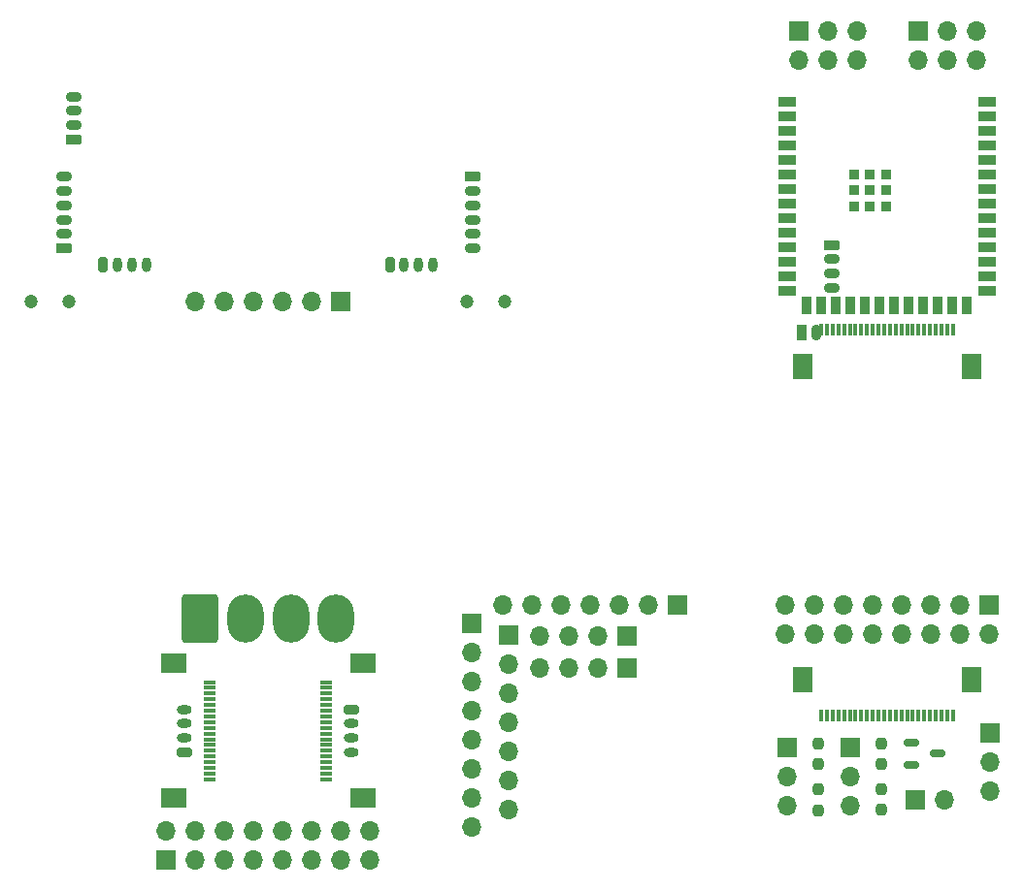
<source format=gbr>
%TF.GenerationSoftware,KiCad,Pcbnew,8.0.5*%
%TF.CreationDate,2024-12-31T14:00:23+11:00*%
%TF.ProjectId,Combined_Fabrication,436f6d62-696e-4656-945f-466162726963,rev?*%
%TF.SameCoordinates,Original*%
%TF.FileFunction,Soldermask,Top*%
%TF.FilePolarity,Negative*%
%FSLAX46Y46*%
G04 Gerber Fmt 4.6, Leading zero omitted, Abs format (unit mm)*
G04 Created by KiCad (PCBNEW 8.0.5) date 2024-12-31 14:00:23*
%MOMM*%
%LPD*%
G01*
G04 APERTURE LIST*
G04 Aperture macros list*
%AMRoundRect*
0 Rectangle with rounded corners*
0 $1 Rounding radius*
0 $2 $3 $4 $5 $6 $7 $8 $9 X,Y pos of 4 corners*
0 Add a 4 corners polygon primitive as box body*
4,1,4,$2,$3,$4,$5,$6,$7,$8,$9,$2,$3,0*
0 Add four circle primitives for the rounded corners*
1,1,$1+$1,$2,$3*
1,1,$1+$1,$4,$5*
1,1,$1+$1,$6,$7*
1,1,$1+$1,$8,$9*
0 Add four rect primitives between the rounded corners*
20,1,$1+$1,$2,$3,$4,$5,0*
20,1,$1+$1,$4,$5,$6,$7,0*
20,1,$1+$1,$6,$7,$8,$9,0*
20,1,$1+$1,$8,$9,$2,$3,0*%
G04 Aperture macros list end*
%ADD10R,1.800000X2.200000*%
%ADD11R,0.300000X1.100000*%
%ADD12R,1.500000X0.900000*%
%ADD13R,0.900000X1.500000*%
%ADD14R,0.900000X0.900000*%
%ADD15R,1.700000X1.700000*%
%ADD16O,1.700000X1.700000*%
%ADD17RoundRect,0.225000X-0.475000X0.225000X-0.475000X-0.225000X0.475000X-0.225000X0.475000X0.225000X0*%
%ADD18O,1.400000X0.900000*%
%ADD19RoundRect,0.225000X-0.225000X-0.475000X0.225000X-0.475000X0.225000X0.475000X-0.225000X0.475000X0*%
%ADD20O,0.900000X1.400000*%
%ADD21RoundRect,0.237500X-0.237500X0.250000X-0.237500X-0.250000X0.237500X-0.250000X0.237500X0.250000X0*%
%ADD22RoundRect,0.150000X-0.512500X-0.150000X0.512500X-0.150000X0.512500X0.150000X-0.512500X0.150000X0*%
%ADD23R,2.200000X1.800000*%
%ADD24R,1.100000X0.300000*%
%ADD25RoundRect,0.200000X0.450000X-0.200000X0.450000X0.200000X-0.450000X0.200000X-0.450000X-0.200000X0*%
%ADD26O,1.300000X0.800000*%
%ADD27RoundRect,0.250000X-1.330000X-1.850000X1.330000X-1.850000X1.330000X1.850000X-1.330000X1.850000X0*%
%ADD28O,3.160000X4.200000*%
%ADD29RoundRect,0.200000X-0.450000X0.200000X-0.450000X-0.200000X0.450000X-0.200000X0.450000X0.200000X0*%
%ADD30RoundRect,0.200000X-0.200000X-0.450000X0.200000X-0.450000X0.200000X0.450000X-0.200000X0.450000X0*%
%ADD31O,0.800000X1.300000*%
%ADD32RoundRect,0.225000X0.475000X-0.225000X0.475000X0.225000X-0.475000X0.225000X-0.475000X-0.225000X0*%
%ADD33C,1.200000*%
G04 APERTURE END LIST*
D10*
%TO.C,U2*%
X172599999Y-81200000D03*
X187399999Y-81200000D03*
D11*
X174249999Y-78000001D03*
X174749999Y-78000000D03*
X175249999Y-78000000D03*
X175749999Y-78000000D03*
X176249999Y-78000000D03*
X176749999Y-78000001D03*
X177249999Y-78000000D03*
X177749999Y-78000000D03*
X178250000Y-78000000D03*
X178749999Y-78000000D03*
X179249998Y-78000000D03*
X179749999Y-78000000D03*
X180249999Y-78000000D03*
X180750000Y-78000000D03*
X181249999Y-78000000D03*
X181749998Y-78000000D03*
X182249999Y-78000000D03*
X182749999Y-78000000D03*
X183249999Y-78000001D03*
X183749999Y-78000000D03*
X184249999Y-78000000D03*
X184749999Y-78000000D03*
X185249999Y-78000000D03*
X185749999Y-78000001D03*
%TD*%
D12*
%TO.C,ESP1*%
X171249999Y-58080001D03*
X171249999Y-59350001D03*
X171249999Y-60620001D03*
X171249999Y-61890001D03*
X171249999Y-63160001D03*
X171249999Y-64430001D03*
X171249999Y-65700001D03*
X171249999Y-66970001D03*
X171249999Y-68240001D03*
X171249999Y-69510001D03*
X171249999Y-70780001D03*
X171249999Y-72050001D03*
X171249999Y-73320001D03*
X171249999Y-74590001D03*
D13*
X173015000Y-75840001D03*
X174284999Y-75840001D03*
X175554999Y-75840001D03*
X176824999Y-75840000D03*
X178094999Y-75840001D03*
X179364999Y-75840001D03*
X180634999Y-75840001D03*
X181904999Y-75840001D03*
X183174999Y-75840000D03*
X184444999Y-75840001D03*
X185714999Y-75840001D03*
X186984998Y-75840001D03*
D12*
X188749999Y-74590001D03*
X188749999Y-73320001D03*
X188749999Y-72050001D03*
X188749999Y-70780001D03*
X188749999Y-69510001D03*
X188749999Y-68240001D03*
X188749999Y-66970001D03*
X188749999Y-65700001D03*
X188749999Y-64430001D03*
X188749999Y-63160001D03*
X188749999Y-61890001D03*
X188749999Y-60620001D03*
X188749999Y-59350001D03*
X188749999Y-58080001D03*
D14*
X177099999Y-64400001D03*
X177099999Y-65800001D03*
X177099999Y-67200001D03*
X178499999Y-64400001D03*
X178499999Y-65800001D03*
X178499999Y-67200001D03*
X179899999Y-64400001D03*
X179899999Y-65800001D03*
X179899999Y-67200001D03*
%TD*%
D15*
%TO.C,J5*%
X182674998Y-51875002D03*
D16*
X182674998Y-54415002D03*
X185214998Y-51875002D03*
X185214998Y-54415002D03*
X187754997Y-51875002D03*
X187754998Y-54415002D03*
%TD*%
D17*
%TO.C,J1*%
X175182499Y-70575002D03*
D18*
X175182499Y-71825001D03*
X175182499Y-73075002D03*
X175182499Y-74325001D03*
%TD*%
D15*
%TO.C,J4*%
X172274998Y-51875000D03*
D16*
X172274998Y-54415000D03*
X174814998Y-51875000D03*
X174814998Y-54415000D03*
X177354997Y-51875000D03*
X177354998Y-54415000D03*
%TD*%
D19*
%TO.C,J2*%
X172575000Y-78217501D03*
D20*
X173824999Y-78217501D03*
%TD*%
D15*
%TO.C,J1*%
X188875000Y-101975000D03*
D16*
X188875000Y-104515000D03*
X186335000Y-101975000D03*
X186335000Y-104515000D03*
X183795001Y-101975000D03*
X183795000Y-104515000D03*
X181255000Y-101975000D03*
X181255000Y-104515000D03*
X178715000Y-101975000D03*
X178715000Y-104515000D03*
X176175000Y-101975000D03*
X176175000Y-104515000D03*
X173635000Y-101975000D03*
X173635000Y-104515000D03*
X171094999Y-101975000D03*
X171095000Y-104515000D03*
%TD*%
D21*
%TO.C,R3*%
X174000000Y-114102500D03*
X174000000Y-115927500D03*
%TD*%
%TO.C,R4*%
X174000000Y-118102500D03*
X174000000Y-119927500D03*
%TD*%
%TO.C,R2*%
X179500000Y-118087500D03*
X179500000Y-119912500D03*
%TD*%
D10*
%TO.C,U1*%
X187400000Y-108500000D03*
X172600000Y-108500000D03*
D11*
X185750000Y-111699999D03*
X185250000Y-111700000D03*
X184750000Y-111700000D03*
X184250000Y-111700000D03*
X183750000Y-111700000D03*
X183250000Y-111699999D03*
X182750000Y-111700000D03*
X182250000Y-111700000D03*
X181749999Y-111700000D03*
X181250000Y-111700000D03*
X180750001Y-111700000D03*
X180250000Y-111700000D03*
X179750000Y-111700000D03*
X179249999Y-111700000D03*
X178750000Y-111700000D03*
X178250001Y-111700000D03*
X177750000Y-111700000D03*
X177250000Y-111700000D03*
X176750000Y-111699999D03*
X176250000Y-111700000D03*
X175750000Y-111700000D03*
X175250000Y-111700000D03*
X174750000Y-111700000D03*
X174250000Y-111699999D03*
%TD*%
D21*
%TO.C,R1*%
X179500000Y-114087500D03*
X179500000Y-115912500D03*
%TD*%
D22*
%TO.C,SnootFNMosFan1*%
X182112500Y-114050001D03*
X182112500Y-115949999D03*
X184387500Y-115000000D03*
%TD*%
D15*
%TO.C,J4*%
X171250000Y-114475000D03*
D16*
X171250000Y-117015000D03*
X171250000Y-119554999D03*
%TD*%
D15*
%TO.C,J2*%
X189000000Y-113210001D03*
D16*
X189000000Y-115750001D03*
X189000000Y-118290000D03*
%TD*%
D15*
%TO.C,J3*%
X176750000Y-114460000D03*
D16*
X176750000Y-117000000D03*
X176750000Y-119539999D03*
%TD*%
D15*
%TO.C,J5*%
X182475000Y-119000001D03*
D16*
X185015000Y-119000001D03*
%TD*%
D23*
%TO.C,U1*%
X117750000Y-107100001D03*
X117750000Y-118900001D03*
D24*
X120950000Y-108750001D03*
X120950000Y-109250001D03*
X120949999Y-109750001D03*
X120950000Y-110250001D03*
X120950000Y-110750001D03*
X120950000Y-111250002D03*
X120950000Y-111750001D03*
X120950000Y-112250000D03*
X120950000Y-112750001D03*
X120950000Y-113250001D03*
X120950000Y-113750002D03*
X120950000Y-114250001D03*
X120950000Y-114750000D03*
X120950000Y-115250001D03*
X120950000Y-115750001D03*
X120949999Y-116250001D03*
X120950000Y-116750001D03*
X120950000Y-117250001D03*
%TD*%
D23*
%TO.C,U2*%
X134250000Y-118900001D03*
X134250000Y-107100001D03*
D24*
X131050000Y-117250001D03*
X131050000Y-116750001D03*
X131050001Y-116250001D03*
X131050000Y-115750001D03*
X131050000Y-115250001D03*
X131050000Y-114750000D03*
X131050000Y-114250001D03*
X131050000Y-113750002D03*
X131050000Y-113250001D03*
X131050000Y-112750001D03*
X131050000Y-112250000D03*
X131050000Y-111750001D03*
X131050000Y-111250002D03*
X131050000Y-110750001D03*
X131050000Y-110250001D03*
X131050001Y-109750001D03*
X131050000Y-109250001D03*
X131050000Y-108750001D03*
%TD*%
D25*
%TO.C,J4*%
X118700000Y-114875000D03*
D26*
X118700000Y-113625001D03*
X118700000Y-112375000D03*
X118700000Y-111125001D03*
%TD*%
D15*
%TO.C,J1*%
X117125000Y-124290001D03*
D16*
X117125000Y-121750001D03*
X119665000Y-124290001D03*
X119665000Y-121750001D03*
X122204999Y-124290001D03*
X122205000Y-121750001D03*
X124745000Y-124290001D03*
X124745000Y-121750001D03*
X127285000Y-124290001D03*
X127285000Y-121750001D03*
X129825000Y-124290001D03*
X129825000Y-121750001D03*
X132365000Y-124290001D03*
X132365000Y-121750001D03*
X134905001Y-124290001D03*
X134905000Y-121750001D03*
%TD*%
D27*
%TO.C,J2*%
X120060000Y-103225001D03*
D28*
X124020000Y-103225001D03*
X127980000Y-103225001D03*
X131940001Y-103225001D03*
%TD*%
D29*
%TO.C,J3*%
X133300000Y-111125001D03*
D26*
X133300000Y-112375000D03*
X133300000Y-113625001D03*
X133300000Y-114875000D03*
%TD*%
D30*
%TO.C,J4*%
X111625000Y-72300000D03*
D31*
X112874999Y-72300000D03*
X114125000Y-72300000D03*
X115374999Y-72300000D03*
%TD*%
D32*
%TO.C,J1*%
X109032500Y-61375000D03*
D18*
X109032500Y-60125001D03*
X109032500Y-58875000D03*
X109032500Y-57625001D03*
%TD*%
D33*
%TO.C,R4*%
X143350000Y-75500000D03*
X146650000Y-75500000D03*
%TD*%
%TO.C,R5*%
X108650000Y-75500000D03*
X105350000Y-75500000D03*
%TD*%
D32*
%TO.C,U3*%
X108182500Y-70875001D03*
D18*
X108182500Y-69625002D03*
X108182500Y-68375001D03*
X108182500Y-67125002D03*
X108182500Y-65875001D03*
X108182500Y-64625002D03*
%TD*%
D30*
%TO.C,J3*%
X136625001Y-72300001D03*
D31*
X137875000Y-72300001D03*
X139125001Y-72300001D03*
X140375000Y-72300001D03*
%TD*%
D17*
%TO.C,U4*%
X143817501Y-64625001D03*
D18*
X143817501Y-65875000D03*
X143817501Y-67125001D03*
X143817501Y-68375000D03*
X143817501Y-69625001D03*
X143817501Y-70875000D03*
%TD*%
D15*
%TO.C,J2*%
X132350000Y-75500000D03*
D16*
X129810000Y-75500000D03*
X127270001Y-75500000D03*
X124730000Y-75500000D03*
X122190000Y-75500000D03*
X119650000Y-75500000D03*
%TD*%
D15*
%TO.C,J4*%
X157280000Y-107500000D03*
D16*
X154740000Y-107500000D03*
X152200001Y-107500000D03*
X149660000Y-107500000D03*
%TD*%
D15*
%TO.C,J1*%
X143750000Y-103590000D03*
D16*
X143750000Y-106130000D03*
X143750000Y-108670000D03*
X143750000Y-111210000D03*
X143750000Y-113750000D03*
X143750000Y-116290000D03*
X143750000Y-118830000D03*
X143750000Y-121370000D03*
%TD*%
D15*
%TO.C,J5*%
X161710000Y-102000000D03*
D16*
X159170000Y-102000000D03*
X156630001Y-102000000D03*
X154090000Y-102000000D03*
X151550000Y-102000000D03*
X149010000Y-102000000D03*
X146470000Y-102000000D03*
%TD*%
D15*
%TO.C,J3*%
X157290000Y-104750000D03*
D16*
X154750000Y-104750000D03*
X152210001Y-104750000D03*
X149670000Y-104750000D03*
%TD*%
D15*
%TO.C,J2*%
X147000000Y-104670000D03*
D16*
X147000000Y-107210000D03*
X147000000Y-109750000D03*
X147000000Y-112290000D03*
X147000000Y-114830000D03*
X147000000Y-117370000D03*
X147000000Y-119910000D03*
%TD*%
M02*

</source>
